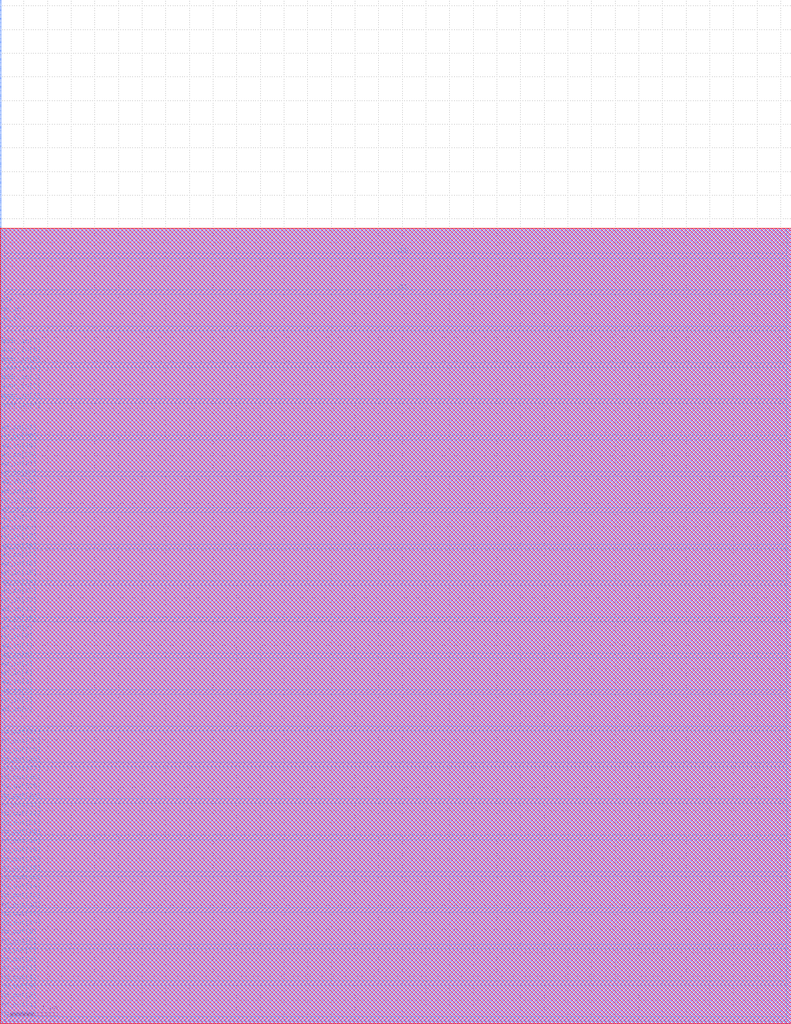
<source format=lef>
VERSION 5.7 ;
BUSBITCHARS "[]" ;
MACRO fakeram7_256x32
  FOREIGN fakeram7_256x32 0 0 ;
  SYMMETRY X Y R90 ;
  SIZE 16.720 BY 16.800 ;
  CLASS BLOCK ;
  PIN rd_out[0]
    DIRECTION OUTPUT ;
    USE SIGNAL ;
    SHAPE ABUTMENT ;
    PORT
      LAYER M4 ;
      RECT 0.000 0.096 0.024 0.120 ;
    END
  END rd_out[0]
  PIN rd_out[1]
    DIRECTION OUTPUT ;
    USE SIGNAL ;
    SHAPE ABUTMENT ;
    PORT
      LAYER M4 ;
      RECT 0.000 0.288 0.024 0.312 ;
    END
  END rd_out[1]
  PIN rd_out[2]
    DIRECTION OUTPUT ;
    USE SIGNAL ;
    SHAPE ABUTMENT ;
    PORT
      LAYER M4 ;
      RECT 0.000 0.480 0.024 0.504 ;
    END
  END rd_out[2]
  PIN rd_out[3]
    DIRECTION OUTPUT ;
    USE SIGNAL ;
    SHAPE ABUTMENT ;
    PORT
      LAYER M4 ;
      RECT 0.000 0.672 0.024 0.696 ;
    END
  END rd_out[3]
  PIN rd_out[4]
    DIRECTION OUTPUT ;
    USE SIGNAL ;
    SHAPE ABUTMENT ;
    PORT
      LAYER M4 ;
      RECT 0.000 0.864 0.024 0.888 ;
    END
  END rd_out[4]
  PIN rd_out[5]
    DIRECTION OUTPUT ;
    USE SIGNAL ;
    SHAPE ABUTMENT ;
    PORT
      LAYER M4 ;
      RECT 0.000 1.056 0.024 1.080 ;
    END
  END rd_out[5]
  PIN rd_out[6]
    DIRECTION OUTPUT ;
    USE SIGNAL ;
    SHAPE ABUTMENT ;
    PORT
      LAYER M4 ;
      RECT 0.000 1.248 0.024 1.272 ;
    END
  END rd_out[6]
  PIN rd_out[7]
    DIRECTION OUTPUT ;
    USE SIGNAL ;
    SHAPE ABUTMENT ;
    PORT
      LAYER M4 ;
      RECT 0.000 1.440 0.024 1.464 ;
    END
  END rd_out[7]
  PIN rd_out[8]
    DIRECTION OUTPUT ;
    USE SIGNAL ;
    SHAPE ABUTMENT ;
    PORT
      LAYER M4 ;
      RECT 0.000 1.632 0.024 1.656 ;
    END
  END rd_out[8]
  PIN rd_out[9]
    DIRECTION OUTPUT ;
    USE SIGNAL ;
    SHAPE ABUTMENT ;
    PORT
      LAYER M4 ;
      RECT 0.000 1.824 0.024 1.848 ;
    END
  END rd_out[9]
  PIN rd_out[10]
    DIRECTION OUTPUT ;
    USE SIGNAL ;
    SHAPE ABUTMENT ;
    PORT
      LAYER M4 ;
      RECT 0.000 2.016 0.024 2.040 ;
    END
  END rd_out[10]
  PIN rd_out[11]
    DIRECTION OUTPUT ;
    USE SIGNAL ;
    SHAPE ABUTMENT ;
    PORT
      LAYER M4 ;
      RECT 0.000 2.208 0.024 2.232 ;
    END
  END rd_out[11]
  PIN rd_out[12]
    DIRECTION OUTPUT ;
    USE SIGNAL ;
    SHAPE ABUTMENT ;
    PORT
      LAYER M4 ;
      RECT 0.000 2.400 0.024 2.424 ;
    END
  END rd_out[12]
  PIN rd_out[13]
    DIRECTION OUTPUT ;
    USE SIGNAL ;
    SHAPE ABUTMENT ;
    PORT
      LAYER M4 ;
      RECT 0.000 2.592 0.024 2.616 ;
    END
  END rd_out[13]
  PIN rd_out[14]
    DIRECTION OUTPUT ;
    USE SIGNAL ;
    SHAPE ABUTMENT ;
    PORT
      LAYER M4 ;
      RECT 0.000 2.784 0.024 2.808 ;
    END
  END rd_out[14]
  PIN rd_out[15]
    DIRECTION OUTPUT ;
    USE SIGNAL ;
    SHAPE ABUTMENT ;
    PORT
      LAYER M4 ;
      RECT 0.000 2.976 0.024 3.000 ;
    END
  END rd_out[15]
  PIN rd_out[16]
    DIRECTION OUTPUT ;
    USE SIGNAL ;
    SHAPE ABUTMENT ;
    PORT
      LAYER M4 ;
      RECT 0.000 3.168 0.024 3.192 ;
    END
  END rd_out[16]
  PIN rd_out[17]
    DIRECTION OUTPUT ;
    USE SIGNAL ;
    SHAPE ABUTMENT ;
    PORT
      LAYER M4 ;
      RECT 0.000 3.360 0.024 3.384 ;
    END
  END rd_out[17]
  PIN rd_out[18]
    DIRECTION OUTPUT ;
    USE SIGNAL ;
    SHAPE ABUTMENT ;
    PORT
      LAYER M4 ;
      RECT 0.000 3.552 0.024 3.576 ;
    END
  END rd_out[18]
  PIN rd_out[19]
    DIRECTION OUTPUT ;
    USE SIGNAL ;
    SHAPE ABUTMENT ;
    PORT
      LAYER M4 ;
      RECT 0.000 3.744 0.024 3.768 ;
    END
  END rd_out[19]
  PIN rd_out[20]
    DIRECTION OUTPUT ;
    USE SIGNAL ;
    SHAPE ABUTMENT ;
    PORT
      LAYER M4 ;
      RECT 0.000 3.936 0.024 3.960 ;
    END
  END rd_out[20]
  PIN rd_out[21]
    DIRECTION OUTPUT ;
    USE SIGNAL ;
    SHAPE ABUTMENT ;
    PORT
      LAYER M4 ;
      RECT 0.000 4.128 0.024 4.152 ;
    END
  END rd_out[21]
  PIN rd_out[22]
    DIRECTION OUTPUT ;
    USE SIGNAL ;
    SHAPE ABUTMENT ;
    PORT
      LAYER M4 ;
      RECT 0.000 4.320 0.024 4.344 ;
    END
  END rd_out[22]
  PIN rd_out[23]
    DIRECTION OUTPUT ;
    USE SIGNAL ;
    SHAPE ABUTMENT ;
    PORT
      LAYER M4 ;
      RECT 0.000 4.512 0.024 4.536 ;
    END
  END rd_out[23]
  PIN rd_out[24]
    DIRECTION OUTPUT ;
    USE SIGNAL ;
    SHAPE ABUTMENT ;
    PORT
      LAYER M4 ;
      RECT 0.000 4.704 0.024 4.728 ;
    END
  END rd_out[24]
  PIN rd_out[25]
    DIRECTION OUTPUT ;
    USE SIGNAL ;
    SHAPE ABUTMENT ;
    PORT
      LAYER M4 ;
      RECT 0.000 4.896 0.024 4.920 ;
    END
  END rd_out[25]
  PIN rd_out[26]
    DIRECTION OUTPUT ;
    USE SIGNAL ;
    SHAPE ABUTMENT ;
    PORT
      LAYER M4 ;
      RECT 0.000 5.088 0.024 5.112 ;
    END
  END rd_out[26]
  PIN rd_out[27]
    DIRECTION OUTPUT ;
    USE SIGNAL ;
    SHAPE ABUTMENT ;
    PORT
      LAYER M4 ;
      RECT 0.000 5.280 0.024 5.304 ;
    END
  END rd_out[27]
  PIN rd_out[28]
    DIRECTION OUTPUT ;
    USE SIGNAL ;
    SHAPE ABUTMENT ;
    PORT
      LAYER M4 ;
      RECT 0.000 5.472 0.024 5.496 ;
    END
  END rd_out[28]
  PIN rd_out[29]
    DIRECTION OUTPUT ;
    USE SIGNAL ;
    SHAPE ABUTMENT ;
    PORT
      LAYER M4 ;
      RECT 0.000 5.664 0.024 5.688 ;
    END
  END rd_out[29]
  PIN rd_out[30]
    DIRECTION OUTPUT ;
    USE SIGNAL ;
    SHAPE ABUTMENT ;
    PORT
      LAYER M4 ;
      RECT 0.000 5.856 0.024 5.880 ;
    END
  END rd_out[30]
  PIN rd_out[31]
    DIRECTION OUTPUT ;
    USE SIGNAL ;
    SHAPE ABUTMENT ;
    PORT
      LAYER M4 ;
      RECT 0.000 6.048 0.024 6.072 ;
    END
  END rd_out[31]
  PIN wd_in[0]
    DIRECTION INPUT ;
    USE SIGNAL ;
    SHAPE ABUTMENT ;
    PORT
      LAYER M4 ;
      RECT 0.000 6.528 0.024 6.552 ;
    END
  END wd_in[0]
  PIN wd_in[1]
    DIRECTION INPUT ;
    USE SIGNAL ;
    SHAPE ABUTMENT ;
    PORT
      LAYER M4 ;
      RECT 0.000 6.720 0.024 6.744 ;
    END
  END wd_in[1]
  PIN wd_in[2]
    DIRECTION INPUT ;
    USE SIGNAL ;
    SHAPE ABUTMENT ;
    PORT
      LAYER M4 ;
      RECT 0.000 6.912 0.024 6.936 ;
    END
  END wd_in[2]
  PIN wd_in[3]
    DIRECTION INPUT ;
    USE SIGNAL ;
    SHAPE ABUTMENT ;
    PORT
      LAYER M4 ;
      RECT 0.000 7.104 0.024 7.128 ;
    END
  END wd_in[3]
  PIN wd_in[4]
    DIRECTION INPUT ;
    USE SIGNAL ;
    SHAPE ABUTMENT ;
    PORT
      LAYER M4 ;
      RECT 0.000 7.296 0.024 7.320 ;
    END
  END wd_in[4]
  PIN wd_in[5]
    DIRECTION INPUT ;
    USE SIGNAL ;
    SHAPE ABUTMENT ;
    PORT
      LAYER M4 ;
      RECT 0.000 7.488 0.024 7.512 ;
    END
  END wd_in[5]
  PIN wd_in[6]
    DIRECTION INPUT ;
    USE SIGNAL ;
    SHAPE ABUTMENT ;
    PORT
      LAYER M4 ;
      RECT 0.000 7.680 0.024 7.704 ;
    END
  END wd_in[6]
  PIN wd_in[7]
    DIRECTION INPUT ;
    USE SIGNAL ;
    SHAPE ABUTMENT ;
    PORT
      LAYER M4 ;
      RECT 0.000 7.872 0.024 7.896 ;
    END
  END wd_in[7]
  PIN wd_in[8]
    DIRECTION INPUT ;
    USE SIGNAL ;
    SHAPE ABUTMENT ;
    PORT
      LAYER M4 ;
      RECT 0.000 8.064 0.024 8.088 ;
    END
  END wd_in[8]
  PIN wd_in[9]
    DIRECTION INPUT ;
    USE SIGNAL ;
    SHAPE ABUTMENT ;
    PORT
      LAYER M4 ;
      RECT 0.000 8.256 0.024 8.280 ;
    END
  END wd_in[9]
  PIN wd_in[10]
    DIRECTION INPUT ;
    USE SIGNAL ;
    SHAPE ABUTMENT ;
    PORT
      LAYER M4 ;
      RECT 0.000 8.448 0.024 8.472 ;
    END
  END wd_in[10]
  PIN wd_in[11]
    DIRECTION INPUT ;
    USE SIGNAL ;
    SHAPE ABUTMENT ;
    PORT
      LAYER M4 ;
      RECT 0.000 8.640 0.024 8.664 ;
    END
  END wd_in[11]
  PIN wd_in[12]
    DIRECTION INPUT ;
    USE SIGNAL ;
    SHAPE ABUTMENT ;
    PORT
      LAYER M4 ;
      RECT 0.000 8.832 0.024 8.856 ;
    END
  END wd_in[12]
  PIN wd_in[13]
    DIRECTION INPUT ;
    USE SIGNAL ;
    SHAPE ABUTMENT ;
    PORT
      LAYER M4 ;
      RECT 0.000 9.024 0.024 9.048 ;
    END
  END wd_in[13]
  PIN wd_in[14]
    DIRECTION INPUT ;
    USE SIGNAL ;
    SHAPE ABUTMENT ;
    PORT
      LAYER M4 ;
      RECT 0.000 9.216 0.024 9.240 ;
    END
  END wd_in[14]
  PIN wd_in[15]
    DIRECTION INPUT ;
    USE SIGNAL ;
    SHAPE ABUTMENT ;
    PORT
      LAYER M4 ;
      RECT 0.000 9.408 0.024 9.432 ;
    END
  END wd_in[15]
  PIN wd_in[16]
    DIRECTION INPUT ;
    USE SIGNAL ;
    SHAPE ABUTMENT ;
    PORT
      LAYER M4 ;
      RECT 0.000 9.600 0.024 9.624 ;
    END
  END wd_in[16]
  PIN wd_in[17]
    DIRECTION INPUT ;
    USE SIGNAL ;
    SHAPE ABUTMENT ;
    PORT
      LAYER M4 ;
      RECT 0.000 9.792 0.024 9.816 ;
    END
  END wd_in[17]
  PIN wd_in[18]
    DIRECTION INPUT ;
    USE SIGNAL ;
    SHAPE ABUTMENT ;
    PORT
      LAYER M4 ;
      RECT 0.000 9.984 0.024 10.008 ;
    END
  END wd_in[18]
  PIN wd_in[19]
    DIRECTION INPUT ;
    USE SIGNAL ;
    SHAPE ABUTMENT ;
    PORT
      LAYER M4 ;
      RECT 0.000 10.176 0.024 10.200 ;
    END
  END wd_in[19]
  PIN wd_in[20]
    DIRECTION INPUT ;
    USE SIGNAL ;
    SHAPE ABUTMENT ;
    PORT
      LAYER M4 ;
      RECT 0.000 10.368 0.024 10.392 ;
    END
  END wd_in[20]
  PIN wd_in[21]
    DIRECTION INPUT ;
    USE SIGNAL ;
    SHAPE ABUTMENT ;
    PORT
      LAYER M4 ;
      RECT 0.000 10.560 0.024 10.584 ;
    END
  END wd_in[21]
  PIN wd_in[22]
    DIRECTION INPUT ;
    USE SIGNAL ;
    SHAPE ABUTMENT ;
    PORT
      LAYER M4 ;
      RECT 0.000 10.752 0.024 10.776 ;
    END
  END wd_in[22]
  PIN wd_in[23]
    DIRECTION INPUT ;
    USE SIGNAL ;
    SHAPE ABUTMENT ;
    PORT
      LAYER M4 ;
      RECT 0.000 10.944 0.024 10.968 ;
    END
  END wd_in[23]
  PIN wd_in[24]
    DIRECTION INPUT ;
    USE SIGNAL ;
    SHAPE ABUTMENT ;
    PORT
      LAYER M4 ;
      RECT 0.000 11.136 0.024 11.160 ;
    END
  END wd_in[24]
  PIN wd_in[25]
    DIRECTION INPUT ;
    USE SIGNAL ;
    SHAPE ABUTMENT ;
    PORT
      LAYER M4 ;
      RECT 0.000 11.328 0.024 11.352 ;
    END
  END wd_in[25]
  PIN wd_in[26]
    DIRECTION INPUT ;
    USE SIGNAL ;
    SHAPE ABUTMENT ;
    PORT
      LAYER M4 ;
      RECT 0.000 11.520 0.024 11.544 ;
    END
  END wd_in[26]
  PIN wd_in[27]
    DIRECTION INPUT ;
    USE SIGNAL ;
    SHAPE ABUTMENT ;
    PORT
      LAYER M4 ;
      RECT 0.000 11.712 0.024 11.736 ;
    END
  END wd_in[27]
  PIN wd_in[28]
    DIRECTION INPUT ;
    USE SIGNAL ;
    SHAPE ABUTMENT ;
    PORT
      LAYER M4 ;
      RECT 0.000 11.904 0.024 11.928 ;
    END
  END wd_in[28]
  PIN wd_in[29]
    DIRECTION INPUT ;
    USE SIGNAL ;
    SHAPE ABUTMENT ;
    PORT
      LAYER M4 ;
      RECT 0.000 12.096 0.024 12.120 ;
    END
  END wd_in[29]
  PIN wd_in[30]
    DIRECTION INPUT ;
    USE SIGNAL ;
    SHAPE ABUTMENT ;
    PORT
      LAYER M4 ;
      RECT 0.000 12.288 0.024 12.312 ;
    END
  END wd_in[30]
  PIN wd_in[31]
    DIRECTION INPUT ;
    USE SIGNAL ;
    SHAPE ABUTMENT ;
    PORT
      LAYER M4 ;
      RECT 0.000 12.480 0.024 12.504 ;
    END
  END wd_in[31]
  PIN addr_in[0]
    DIRECTION INPUT ;
    USE SIGNAL ;
    SHAPE ABUTMENT ;
    PORT
      LAYER M4 ;
      RECT 0.000 12.960 0.024 12.984 ;
    END
  END addr_in[0]
  PIN addr_in[1]
    DIRECTION INPUT ;
    USE SIGNAL ;
    SHAPE ABUTMENT ;
    PORT
      LAYER M4 ;
      RECT 0.000 13.152 0.024 13.176 ;
    END
  END addr_in[1]
  PIN addr_in[2]
    DIRECTION INPUT ;
    USE SIGNAL ;
    SHAPE ABUTMENT ;
    PORT
      LAYER M4 ;
      RECT 0.000 13.344 0.024 13.368 ;
    END
  END addr_in[2]
  PIN addr_in[3]
    DIRECTION INPUT ;
    USE SIGNAL ;
    SHAPE ABUTMENT ;
    PORT
      LAYER M4 ;
      RECT 0.000 13.536 0.024 13.560 ;
    END
  END addr_in[3]
  PIN addr_in[4]
    DIRECTION INPUT ;
    USE SIGNAL ;
    SHAPE ABUTMENT ;
    PORT
      LAYER M4 ;
      RECT 0.000 13.728 0.024 13.752 ;
    END
  END addr_in[4]
  PIN addr_in[5]
    DIRECTION INPUT ;
    USE SIGNAL ;
    SHAPE ABUTMENT ;
    PORT
      LAYER M4 ;
      RECT 0.000 13.920 0.024 13.944 ;
    END
  END addr_in[5]
  PIN addr_in[6]
    DIRECTION INPUT ;
    USE SIGNAL ;
    SHAPE ABUTMENT ;
    PORT
      LAYER M4 ;
      RECT 0.000 14.112 0.024 14.136 ;
    END
  END addr_in[6]
  PIN addr_in[7]
    DIRECTION INPUT ;
    USE SIGNAL ;
    SHAPE ABUTMENT ;
    PORT
      LAYER M4 ;
      RECT 0.000 14.304 0.024 14.328 ;
    END
  END addr_in[7]
  PIN we_in
    DIRECTION INPUT ;
    USE SIGNAL ;
    SHAPE ABUTMENT ;
    PORT
      LAYER M4 ;
      RECT 0.000 14.784 0.024 14.808 ;
    END
  END we_in
  PIN ce_in
    DIRECTION INPUT ;
    USE SIGNAL ;
    SHAPE ABUTMENT ;
    PORT
      LAYER M4 ;
      RECT 0.000 14.976 0.024 15.000 ;
    END
  END ce_in
  PIN clk
    DIRECTION INPUT ;
    USE SIGNAL ;
    SHAPE ABUTMENT ;
    PORT
      LAYER M4 ;
      RECT 0.000 15.168 0.024 15.192 ;
    END
  END clk
  PIN VSS
    DIRECTION INOUT ;
    USE GROUND ;
    PORT
      LAYER M4 ;
      RECT 0.096 0.048 16.624 0.144 ;
      RECT 0.096 1.584 16.624 1.680 ;
      RECT 0.096 3.120 16.624 3.216 ;
      RECT 0.096 4.656 16.624 4.752 ;
      RECT 0.096 6.192 16.624 6.288 ;
      RECT 0.096 7.728 16.624 7.824 ;
      RECT 0.096 9.264 16.624 9.360 ;
      RECT 0.096 10.800 16.624 10.896 ;
      RECT 0.096 12.336 16.624 12.432 ;
      RECT 0.096 13.872 16.624 13.968 ;
      RECT 0.096 15.408 16.624 15.504 ;
    END
  END VSS
  PIN VDD
    DIRECTION INOUT ;
    USE POWER ;
    PORT
      LAYER M4 ;
      RECT 0.096 0.816 16.624 0.912 ;
      RECT 0.096 2.352 16.624 2.448 ;
      RECT 0.096 3.888 16.624 3.984 ;
      RECT 0.096 5.424 16.624 5.520 ;
      RECT 0.096 6.960 16.624 7.056 ;
      RECT 0.096 8.496 16.624 8.592 ;
      RECT 0.096 10.032 16.624 10.128 ;
      RECT 0.096 11.568 16.624 11.664 ;
      RECT 0.096 13.104 16.624 13.200 ;
      RECT 0.096 14.640 16.624 14.736 ;
      RECT 0.096 16.176 16.624 16.272 ;
    END
  END VDD
  OBS
    LAYER M1 ;
    RECT 0 0 16.720 16.800 ;
    LAYER M2 ;
    RECT 0 0 16.720 16.800 ;
    LAYER M3 ;
    RECT 0 0 16.720 16.800 ;
    LAYER M4 ;
    RECT 0.024 0 0.096 16.800 ;
    RECT 16.624 0 16.720 16.800 ;
    RECT 0.096 0.000 16.624 0.048 ;
    RECT 0.096 0.144 16.624 0.816 ;
    RECT 0.096 0.912 16.624 1.584 ;
    RECT 0.096 1.680 16.624 2.352 ;
    RECT 0.096 2.448 16.624 3.120 ;
    RECT 0.096 3.216 16.624 3.888 ;
    RECT 0.096 3.984 16.624 4.656 ;
    RECT 0.096 4.752 16.624 5.424 ;
    RECT 0.096 5.520 16.624 6.192 ;
    RECT 0.096 6.288 16.624 6.960 ;
    RECT 0.096 7.056 16.624 7.728 ;
    RECT 0.096 7.824 16.624 8.496 ;
    RECT 0.096 8.592 16.624 9.264 ;
    RECT 0.096 9.360 16.624 10.032 ;
    RECT 0.096 10.128 16.624 10.800 ;
    RECT 0.096 10.896 16.624 11.568 ;
    RECT 0.096 11.664 16.624 12.336 ;
    RECT 0.096 12.432 16.624 13.104 ;
    RECT 0.096 13.200 16.624 13.872 ;
    RECT 0.096 13.968 16.624 14.640 ;
    RECT 0.096 14.736 16.624 15.408 ;
    RECT 0.096 15.504 16.624 16.176 ;
    RECT 0.096 16.272 16.624 16.800 ;
    RECT 0 0.000 0.024 0.096 ;
    RECT 0 0.120 0.024 0.288 ;
    RECT 0 0.312 0.024 0.480 ;
    RECT 0 0.504 0.024 0.672 ;
    RECT 0 0.696 0.024 0.864 ;
    RECT 0 0.888 0.024 1.056 ;
    RECT 0 1.080 0.024 1.248 ;
    RECT 0 1.272 0.024 1.440 ;
    RECT 0 1.464 0.024 1.632 ;
    RECT 0 1.656 0.024 1.824 ;
    RECT 0 1.848 0.024 2.016 ;
    RECT 0 2.040 0.024 2.208 ;
    RECT 0 2.232 0.024 2.400 ;
    RECT 0 2.424 0.024 2.592 ;
    RECT 0 2.616 0.024 2.784 ;
    RECT 0 2.808 0.024 2.976 ;
    RECT 0 3.000 0.024 3.168 ;
    RECT 0 3.192 0.024 3.360 ;
    RECT 0 3.384 0.024 3.552 ;
    RECT 0 3.576 0.024 3.744 ;
    RECT 0 3.768 0.024 3.936 ;
    RECT 0 3.960 0.024 4.128 ;
    RECT 0 4.152 0.024 4.320 ;
    RECT 0 4.344 0.024 4.512 ;
    RECT 0 4.536 0.024 4.704 ;
    RECT 0 4.728 0.024 4.896 ;
    RECT 0 4.920 0.024 5.088 ;
    RECT 0 5.112 0.024 5.280 ;
    RECT 0 5.304 0.024 5.472 ;
    RECT 0 5.496 0.024 5.664 ;
    RECT 0 5.688 0.024 5.856 ;
    RECT 0 5.880 0.024 6.048 ;
    RECT 0 6.072 0.024 6.528 ;
    RECT 0 6.552 0.024 6.720 ;
    RECT 0 6.744 0.024 6.912 ;
    RECT 0 6.936 0.024 7.104 ;
    RECT 0 7.128 0.024 7.296 ;
    RECT 0 7.320 0.024 7.488 ;
    RECT 0 7.512 0.024 7.680 ;
    RECT 0 7.704 0.024 7.872 ;
    RECT 0 7.896 0.024 8.064 ;
    RECT 0 8.088 0.024 8.256 ;
    RECT 0 8.280 0.024 8.448 ;
    RECT 0 8.472 0.024 8.640 ;
    RECT 0 8.664 0.024 8.832 ;
    RECT 0 8.856 0.024 9.024 ;
    RECT 0 9.048 0.024 9.216 ;
    RECT 0 9.240 0.024 9.408 ;
    RECT 0 9.432 0.024 9.600 ;
    RECT 0 9.624 0.024 9.792 ;
    RECT 0 9.816 0.024 9.984 ;
    RECT 0 10.008 0.024 10.176 ;
    RECT 0 10.200 0.024 10.368 ;
    RECT 0 10.392 0.024 10.560 ;
    RECT 0 10.584 0.024 10.752 ;
    RECT 0 10.776 0.024 10.944 ;
    RECT 0 10.968 0.024 11.136 ;
    RECT 0 11.160 0.024 11.328 ;
    RECT 0 11.352 0.024 11.520 ;
    RECT 0 11.544 0.024 11.712 ;
    RECT 0 11.736 0.024 11.904 ;
    RECT 0 11.928 0.024 12.096 ;
    RECT 0 12.120 0.024 12.288 ;
    RECT 0 12.312 0.024 12.480 ;
    RECT 0 12.504 0.024 12.960 ;
    RECT 0 12.984 0.024 13.152 ;
    RECT 0 13.176 0.024 13.344 ;
    RECT 0 13.368 0.024 13.536 ;
    RECT 0 13.560 0.024 13.728 ;
    RECT 0 13.752 0.024 13.920 ;
    RECT 0 13.944 0.024 14.112 ;
    RECT 0 14.136 0.024 14.304 ;
    RECT 0 14.328 0.024 14.496 ;
    RECT 0 14.520 0.024 14.688 ;
    RECT 0 14.712 0.024 14.880 ;
    RECT 0 14.904 0.024 15.072 ;
    RECT 0 15.096 0.024 15.264 ;
    RECT 0 15.288 0.024 15.456 ;
    RECT 0 15.480 0.024 15.648 ;
    RECT 0 15.672 0.024 15.840 ;
    RECT 0 15.864 0.024 16.032 ;
    RECT 0 16.056 0.024 16.224 ;
    RECT 0 16.248 0.024 16.416 ;
    RECT 0 16.440 0.024 16.608 ;
    RECT 0 16.632 0.024 16.800 ;
    RECT 0 16.824 0.024 16.992 ;
    RECT 0 17.016 0.024 17.184 ;
    RECT 0 17.208 0.024 17.376 ;
    RECT 0 17.400 0.024 17.568 ;
    RECT 0 17.592 0.024 17.760 ;
    RECT 0 17.784 0.024 17.952 ;
    RECT 0 17.976 0.024 18.144 ;
    RECT 0 18.168 0.024 18.336 ;
    RECT 0 18.360 0.024 18.528 ;
    RECT 0 18.552 0.024 18.720 ;
    RECT 0 18.744 0.024 18.912 ;
    RECT 0 18.936 0.024 19.392 ;
    RECT 0 19.416 0.024 19.584 ;
    RECT 0 19.608 0.024 19.776 ;
    RECT 0 19.800 0.024 19.968 ;
    RECT 0 19.992 0.024 20.160 ;
    RECT 0 20.184 0.024 20.352 ;
    RECT 0 20.376 0.024 20.544 ;
    RECT 0 20.568 0.024 20.736 ;
    RECT 0 20.760 0.024 21.216 ;
    RECT 0 21.240 0.024 21.408 ;
    RECT 0 21.432 0.024 21.600 ;
    RECT 0 21.624 0.024 16.800 ;
    LAYER OVERLAP ;
    RECT 0 0 16.720 16.800 ;
  END
END fakeram7_256x32

END LIBRARY

</source>
